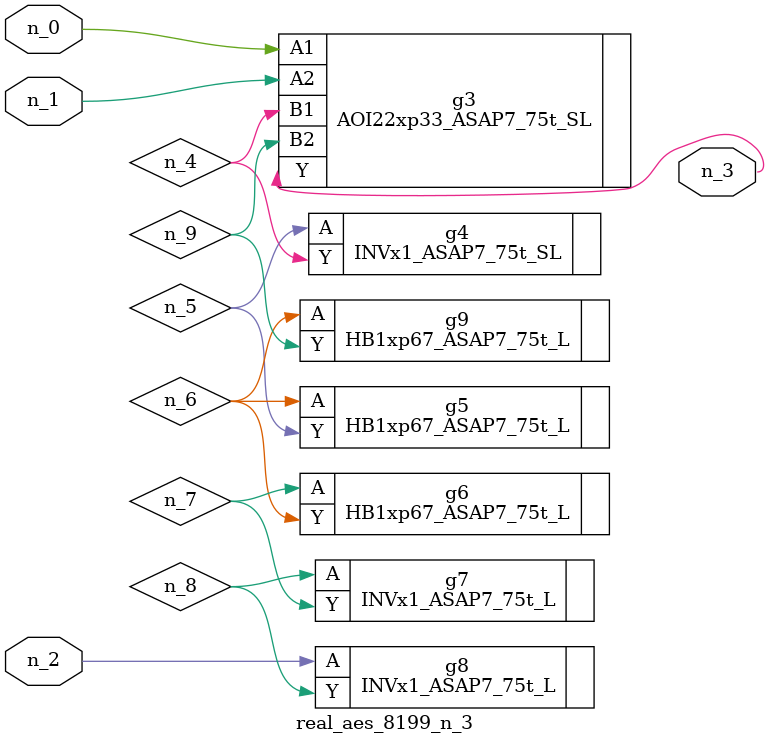
<source format=v>
module real_aes_8199_n_3 (n_0, n_2, n_1, n_3);
input n_0;
input n_2;
input n_1;
output n_3;
wire n_4;
wire n_5;
wire n_7;
wire n_9;
wire n_6;
wire n_8;
AOI22xp33_ASAP7_75t_SL g3 ( .A1(n_0), .A2(n_1), .B1(n_4), .B2(n_9), .Y(n_3) );
INVx1_ASAP7_75t_L g8 ( .A(n_2), .Y(n_8) );
INVx1_ASAP7_75t_SL g4 ( .A(n_5), .Y(n_4) );
HB1xp67_ASAP7_75t_L g5 ( .A(n_6), .Y(n_5) );
HB1xp67_ASAP7_75t_L g9 ( .A(n_6), .Y(n_9) );
HB1xp67_ASAP7_75t_L g6 ( .A(n_7), .Y(n_6) );
INVx1_ASAP7_75t_L g7 ( .A(n_8), .Y(n_7) );
endmodule
</source>
